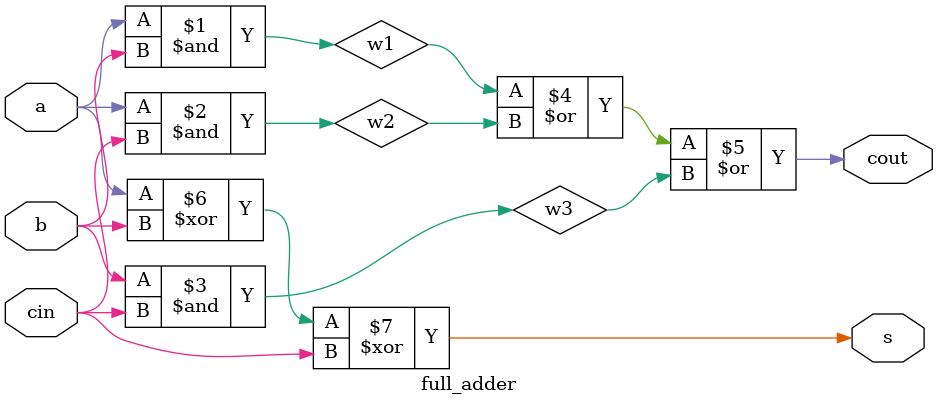
<source format=v>
module full_adder (
    input a,
    input b,
    input cin,
    output s,
    output cout
);

    wire w1, w2, w3;

    and( w1, a, b );
    and( w2, a, cin );
    and( w3, b, cin );
    or( cout, w1, w2, w3 );

    xor( s, a, b, cin );

endmodule
</source>
